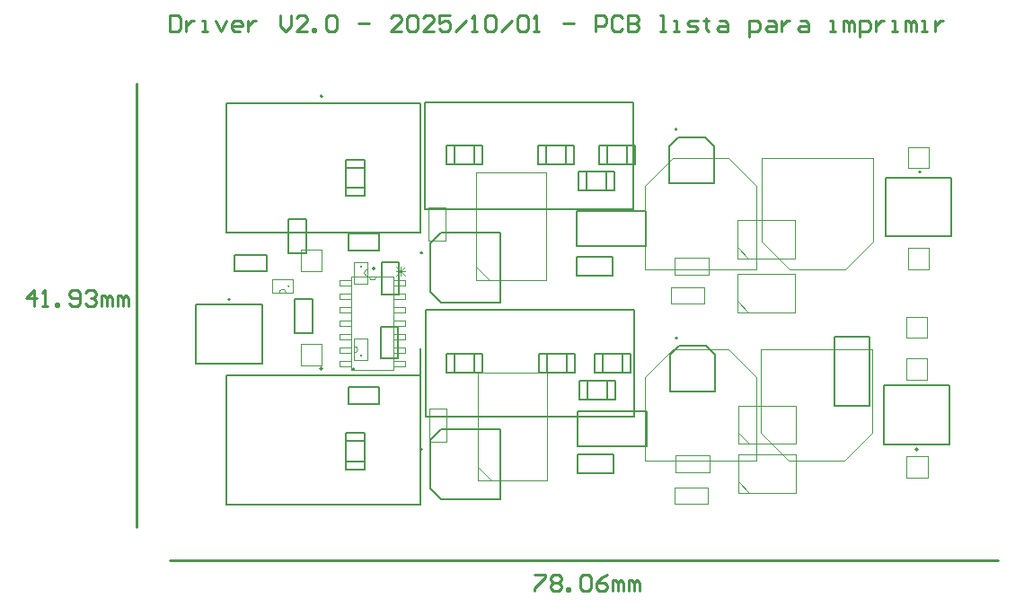
<source format=gbr>
%TF.GenerationSoftware,Altium Limited,Altium Designer,23.2.1 (34)*%
G04 Layer_Color=16711935*
%FSLAX45Y45*%
%MOMM*%
%TF.SameCoordinates,3015DBAE-21F6-41EF-B07E-3AD50EAB7A3F*%
%TF.FilePolarity,Positive*%
%TF.FileFunction,Other,Mechanical_13*%
%TF.Part,Single*%
G01*
G75*
%TA.AperFunction,NonConductor*%
%ADD43C,0.20000*%
%ADD44C,0.25400*%
%ADD46C,0.15240*%
%ADD47C,0.10000*%
%ADD48C,0.12700*%
%ADD50C,0.07620*%
%ADD81C,0.00000*%
%ADD82C,0.02540*%
D43*
X7047981Y736134D02*
G03*
X7047981Y736134I-10000J0D01*
G01*
X2379000Y734100D02*
G03*
X2379000Y734100I-10000J0D01*
G01*
X7077001Y3353690D02*
G03*
X7077001Y3353690I-10000J0D01*
G01*
X1435000Y1497000D02*
G03*
X1435000Y1497000I-10000J0D01*
G01*
X566000Y2151000D02*
G03*
X566000Y2151000I-10000J0D01*
G01*
X1436000Y4065000D02*
G03*
X1436000Y4065000I-10000J0D01*
G01*
X1929000Y2442000D02*
G03*
X1929000Y2442000I-10000J0D01*
G01*
X4785000Y1786660D02*
G03*
X4785000Y1786660I-10000J0D01*
G01*
X4777000Y3754330D02*
G03*
X4777000Y3754330I-10000J0D01*
G01*
X1740000Y1495500D02*
G03*
X1740000Y1495500I-10000J0D01*
G01*
X2379000Y2588000D02*
G03*
X2379000Y2588000I-10000J0D01*
G01*
X2412500Y1046500D02*
Y2051500D01*
Y1046500D02*
X4377500D01*
Y2051500D01*
X2412500D02*
X4377500D01*
X2404500Y3001500D02*
Y4006500D01*
Y3001500D02*
X4369500D01*
Y4006500D01*
X2404500D02*
X4369500D01*
D44*
X0Y-306000D02*
X7806000D01*
X-315000Y1000D02*
Y4190000D01*
X3433400Y-448249D02*
X3534967D01*
Y-473641D01*
X3433400Y-575208D01*
Y-600600D01*
X3585751Y-473641D02*
X3611143Y-448249D01*
X3661926D01*
X3687318Y-473641D01*
Y-499033D01*
X3661926Y-524425D01*
X3687318Y-549817D01*
Y-575208D01*
X3661926Y-600600D01*
X3611143D01*
X3585751Y-575208D01*
Y-549817D01*
X3611143Y-524425D01*
X3585751Y-499033D01*
Y-473641D01*
X3611143Y-524425D02*
X3661926D01*
X3738101Y-600600D02*
Y-575208D01*
X3763493D01*
Y-600600D01*
X3738101D01*
X3865060Y-473641D02*
X3890452Y-448249D01*
X3941236D01*
X3966628Y-473641D01*
Y-575208D01*
X3941236Y-600600D01*
X3890452D01*
X3865060Y-575208D01*
Y-473641D01*
X4118978Y-448249D02*
X4068195Y-473641D01*
X4017411Y-524425D01*
Y-575208D01*
X4042803Y-600600D01*
X4093586D01*
X4118978Y-575208D01*
Y-549817D01*
X4093586Y-524425D01*
X4017411D01*
X4169762Y-600600D02*
Y-499033D01*
X4195154D01*
X4220545Y-524425D01*
Y-600600D01*
Y-524425D01*
X4245937Y-499033D01*
X4271329Y-524425D01*
Y-600600D01*
X4322113D02*
Y-499033D01*
X4347504D01*
X4372896Y-524425D01*
Y-600600D01*
Y-524425D01*
X4398288Y-499033D01*
X4423680Y-524425D01*
Y-600600D01*
X-1283424Y2086400D02*
Y2238751D01*
X-1359600Y2162575D01*
X-1258033D01*
X-1207249Y2086400D02*
X-1156466D01*
X-1181857D01*
Y2238751D01*
X-1207249Y2213359D01*
X-1080290Y2086400D02*
Y2111792D01*
X-1054898D01*
Y2086400D01*
X-1080290D01*
X-953331Y2111792D02*
X-927939Y2086400D01*
X-877156D01*
X-851764Y2111792D01*
Y2213359D01*
X-877156Y2238751D01*
X-927939D01*
X-953331Y2213359D01*
Y2187967D01*
X-927939Y2162575D01*
X-851764D01*
X-800981Y2213359D02*
X-775589Y2238751D01*
X-724805D01*
X-699413Y2213359D01*
Y2187967D01*
X-724805Y2162575D01*
X-750197D01*
X-724805D01*
X-699413Y2137183D01*
Y2111792D01*
X-724805Y2086400D01*
X-775589D01*
X-800981Y2111792D01*
X-648630Y2086400D02*
Y2187967D01*
X-623238D01*
X-597846Y2162575D01*
Y2086400D01*
Y2162575D01*
X-572455Y2187967D01*
X-547063Y2162575D01*
Y2086400D01*
X-496279D02*
Y2187967D01*
X-470887D01*
X-445496Y2162575D01*
Y2086400D01*
Y2162575D01*
X-420104Y2187967D01*
X-394712Y2162575D01*
Y2086400D01*
X400Y4826534D02*
Y4674183D01*
X76575D01*
X101967Y4699575D01*
Y4801142D01*
X76575Y4826534D01*
X400D01*
X152751Y4775751D02*
Y4674183D01*
Y4724967D01*
X178143Y4750359D01*
X203534Y4775751D01*
X228926D01*
X305101Y4674183D02*
X355885D01*
X330493D01*
Y4775751D01*
X305101D01*
X432060D02*
X482844Y4674183D01*
X533628Y4775751D01*
X660586Y4674183D02*
X609803D01*
X584411Y4699575D01*
Y4750359D01*
X609803Y4775751D01*
X660586D01*
X685978Y4750359D01*
Y4724967D01*
X584411D01*
X736762Y4775751D02*
Y4674183D01*
Y4724967D01*
X762154Y4750359D01*
X787545Y4775751D01*
X812937D01*
X1041463Y4826534D02*
Y4724967D01*
X1092247Y4674183D01*
X1143030Y4724967D01*
Y4826534D01*
X1295381Y4674183D02*
X1193814D01*
X1295381Y4775751D01*
Y4801142D01*
X1269989Y4826534D01*
X1219206D01*
X1193814Y4801142D01*
X1346165Y4674183D02*
Y4699575D01*
X1371557D01*
Y4674183D01*
X1346165D01*
X1473124Y4801142D02*
X1498515Y4826534D01*
X1549299D01*
X1574691Y4801142D01*
Y4699575D01*
X1549299Y4674183D01*
X1498515D01*
X1473124Y4699575D01*
Y4801142D01*
X1777825Y4750359D02*
X1879392D01*
X2184094Y4674183D02*
X2082526D01*
X2184094Y4775751D01*
Y4801142D01*
X2158702Y4826534D01*
X2107918D01*
X2082526Y4801142D01*
X2234877D02*
X2260269Y4826534D01*
X2311053D01*
X2336444Y4801142D01*
Y4699575D01*
X2311053Y4674183D01*
X2260269D01*
X2234877Y4699575D01*
Y4801142D01*
X2488795Y4674183D02*
X2387228D01*
X2488795Y4775751D01*
Y4801142D01*
X2463403Y4826534D01*
X2412620D01*
X2387228Y4801142D01*
X2641146Y4826534D02*
X2539579D01*
Y4750359D01*
X2590362Y4775751D01*
X2615754D01*
X2641146Y4750359D01*
Y4699575D01*
X2615754Y4674183D01*
X2564970D01*
X2539579Y4699575D01*
X2691929Y4674183D02*
X2793497Y4775751D01*
X2844280Y4674183D02*
X2895064D01*
X2869672D01*
Y4826534D01*
X2844280Y4801142D01*
X2971239D02*
X2996631Y4826534D01*
X3047414D01*
X3072806Y4801142D01*
Y4699575D01*
X3047414Y4674183D01*
X2996631D01*
X2971239Y4699575D01*
Y4801142D01*
X3123590Y4674183D02*
X3225157Y4775751D01*
X3275940Y4801142D02*
X3301332Y4826534D01*
X3352116D01*
X3377508Y4801142D01*
Y4699575D01*
X3352116Y4674183D01*
X3301332D01*
X3275940Y4699575D01*
Y4801142D01*
X3428291Y4674183D02*
X3479075D01*
X3453683D01*
Y4826534D01*
X3428291Y4801142D01*
X3707601Y4750359D02*
X3809168D01*
X4012302Y4674183D02*
Y4826534D01*
X4088477D01*
X4113869Y4801142D01*
Y4750359D01*
X4088477Y4724967D01*
X4012302D01*
X4266220Y4801142D02*
X4240828Y4826534D01*
X4190045D01*
X4164653Y4801142D01*
Y4699575D01*
X4190045Y4674183D01*
X4240828D01*
X4266220Y4699575D01*
X4317004Y4826534D02*
Y4674183D01*
X4393179D01*
X4418571Y4699575D01*
Y4724967D01*
X4393179Y4750359D01*
X4317004D01*
X4393179D01*
X4418571Y4775751D01*
Y4801142D01*
X4393179Y4826534D01*
X4317004D01*
X4621705Y4674183D02*
X4672488D01*
X4647097D01*
Y4826534D01*
X4621705D01*
X4748664Y4674183D02*
X4799447D01*
X4774056D01*
Y4775751D01*
X4748664D01*
X4875623Y4674183D02*
X4951798D01*
X4977190Y4699575D01*
X4951798Y4724967D01*
X4901015D01*
X4875623Y4750359D01*
X4901015Y4775751D01*
X4977190D01*
X5053365Y4801142D02*
Y4775751D01*
X5027973D01*
X5078757D01*
X5053365D01*
Y4699575D01*
X5078757Y4674183D01*
X5180324Y4775751D02*
X5231108D01*
X5256500Y4750359D01*
Y4674183D01*
X5180324D01*
X5154932Y4699575D01*
X5180324Y4724967D01*
X5256500D01*
X5459634Y4623400D02*
Y4775751D01*
X5535809D01*
X5561201Y4750359D01*
Y4699575D01*
X5535809Y4674183D01*
X5459634D01*
X5637376Y4775751D02*
X5688160D01*
X5713552Y4750359D01*
Y4674183D01*
X5637376D01*
X5611984Y4699575D01*
X5637376Y4724967D01*
X5713552D01*
X5764335Y4775751D02*
Y4674183D01*
Y4724967D01*
X5789727Y4750359D01*
X5815119Y4775751D01*
X5840511D01*
X5942078D02*
X5992861D01*
X6018253Y4750359D01*
Y4674183D01*
X5942078D01*
X5916686Y4699575D01*
X5942078Y4724967D01*
X6018253D01*
X6221387Y4674183D02*
X6272171D01*
X6246779D01*
Y4775751D01*
X6221387D01*
X6348346Y4674183D02*
Y4775751D01*
X6373738D01*
X6399130Y4750359D01*
Y4674183D01*
Y4750359D01*
X6424522Y4775751D01*
X6449913Y4750359D01*
Y4674183D01*
X6500697Y4623400D02*
Y4775751D01*
X6576872D01*
X6602264Y4750359D01*
Y4699575D01*
X6576872Y4674183D01*
X6500697D01*
X6653048Y4775751D02*
Y4674183D01*
Y4724967D01*
X6678440Y4750359D01*
X6703831Y4775751D01*
X6729223D01*
X6805398Y4674183D02*
X6856182D01*
X6830790D01*
Y4775751D01*
X6805398D01*
X6932357Y4674183D02*
Y4775751D01*
X6957749D01*
X6983141Y4750359D01*
Y4674183D01*
Y4750359D01*
X7008533Y4775751D01*
X7033924Y4750359D01*
Y4674183D01*
X7084708D02*
X7135491D01*
X7110100D01*
Y4775751D01*
X7084708D01*
X7211667D02*
Y4674183D01*
Y4724967D01*
X7237059Y4750359D01*
X7262450Y4775751D01*
X7287842D01*
D46*
X1657100Y3124820D02*
X1834900D01*
Y3201020D02*
Y3388980D01*
X1657100Y3465180D02*
X1834900D01*
X1657100Y3201020D02*
Y3388980D01*
X1834900D02*
Y3465180D01*
X1657100Y3388980D02*
Y3465180D01*
Y3388980D02*
X1834900D01*
X1657100Y3124820D02*
Y3201020D01*
X1834900Y3124820D02*
Y3201020D01*
X1657100D02*
X1834900D01*
X2947180Y3425100D02*
Y3602900D01*
X2683020D02*
X2870980D01*
X2606820Y3425100D02*
Y3602900D01*
X2683020Y3425100D02*
X2870980D01*
X2606820Y3602900D02*
X2683020D01*
X2606820Y3425100D02*
X2683020D01*
Y3602900D01*
X2870980Y3425100D02*
X2947180D01*
X2870980Y3602900D02*
X2947180D01*
X2870980Y3425100D02*
Y3602900D01*
X3854820Y1207430D02*
Y1385230D01*
X3931020Y1207430D02*
X4118980D01*
X4195180D02*
Y1385230D01*
X3931020D02*
X4118980D01*
Y1207430D02*
X4195180D01*
X4118980Y1385230D02*
X4195180D01*
X4118980Y1207430D02*
Y1385230D01*
X3854820D02*
X3931020D01*
X3854820Y1207430D02*
X3931020D01*
Y1385230D01*
X2869390Y1460100D02*
Y1637900D01*
X2945590D01*
X2869390Y1460100D02*
X2945590D01*
X2681430D02*
Y1637900D01*
X2605230Y1460100D02*
X2681430D01*
X2605230Y1637900D02*
X2681430D01*
Y1460100D02*
X2869390D01*
X2605230D02*
Y1637900D01*
X2681430D02*
X2869390D01*
X2945590Y1460100D02*
Y1637900D01*
X3474820Y1460100D02*
Y1637900D01*
X3551020Y1460100D02*
X3738980D01*
X3815180D02*
Y1637900D01*
X3551020D02*
X3738980D01*
Y1460100D02*
X3815180D01*
X3738980Y1637900D02*
X3815180D01*
X3738980Y1460100D02*
Y1637900D01*
X3474820D02*
X3551020D01*
X3474820Y1460100D02*
X3551020D01*
Y1637900D01*
X4004680Y1460100D02*
Y1637900D01*
X4080880Y1460100D02*
X4268840D01*
X4345040D02*
Y1637900D01*
X4080880D02*
X4268840D01*
Y1460100D02*
X4345040D01*
X4268840Y1637900D02*
X4345040D01*
X4268840Y1460100D02*
Y1637900D01*
X4004680D02*
X4080880D01*
X4004680Y1460100D02*
X4080880D01*
Y1637900D01*
X3846820Y3175100D02*
Y3352900D01*
X3923020Y3175100D02*
X4110980D01*
X4187180D02*
Y3352900D01*
X3923020D02*
X4110980D01*
Y3175100D02*
X4187180D01*
X4110980Y3352900D02*
X4187180D01*
X4110980Y3175100D02*
Y3352900D01*
X3846820D02*
X3923020D01*
X3846820Y3175100D02*
X3923020D01*
Y3352900D01*
X3466820Y3425100D02*
Y3602900D01*
X3543020Y3425100D02*
X3730980D01*
X3807180D02*
Y3602900D01*
X3543020D02*
X3730980D01*
Y3425100D02*
X3807180D01*
X3730980Y3602900D02*
X3807180D01*
X3730980Y3425100D02*
Y3602900D01*
X3466820D02*
X3543020D01*
X3466820Y3425100D02*
X3543020D01*
Y3602900D01*
X4046820Y3425100D02*
Y3602900D01*
X4123020Y3425100D02*
X4310980D01*
X4387180D02*
Y3602900D01*
X4123020D02*
X4310980D01*
Y3425100D02*
X4387180D01*
X4310980Y3602900D02*
X4387180D01*
X4310980Y3425100D02*
Y3602900D01*
X4046820D02*
X4123020D01*
X4046820Y3425100D02*
X4123020D01*
Y3602900D01*
X1657100Y625180D02*
X1834900D01*
Y548980D02*
Y625180D01*
X1657100Y548980D02*
Y625180D01*
Y813140D02*
X1834900D01*
X1657100D02*
Y889340D01*
X1834900Y813140D02*
Y889340D01*
X1657100Y625180D02*
Y813140D01*
Y889340D02*
X1834900D01*
Y625180D02*
Y813140D01*
X1657100Y548980D02*
X1834900D01*
D47*
X6937981Y1787134D02*
Y1987134D01*
X7137981D01*
Y1787134D02*
Y1987134D01*
X6937981Y1787134D02*
X7137981D01*
X6937981Y1396134D02*
Y1596134D01*
X7137981D01*
Y1396134D02*
Y1596134D01*
X6937981Y1396134D02*
X7137981D01*
X6955000Y3387000D02*
Y3587000D01*
X7155000D01*
Y3387000D02*
Y3587000D01*
X6955000Y3387000D02*
X7155000D01*
X6955000Y2435000D02*
Y2635000D01*
X7155000D01*
Y2435000D02*
Y2635000D01*
X6955000Y2435000D02*
X7155000D01*
X5523000Y630000D02*
Y1417500D01*
X5260500Y1680000D02*
X5523000Y1417500D01*
X4735500Y1680000D02*
X5260500D01*
X4473000Y1417500D02*
X4735500Y1680000D01*
X4473000Y630000D02*
Y1417500D01*
Y630000D02*
X5523000D01*
X5573000Y892500D02*
Y1680000D01*
Y892500D02*
X5835500Y630000D01*
X6360500D01*
X6623000Y892500D01*
Y1680000D01*
X5573000D02*
X6623000D01*
X5575000Y2692500D02*
Y3480000D01*
Y2692500D02*
X5837500Y2430000D01*
X6362500D01*
X6625000Y2692500D01*
Y3480000D01*
X5575000D02*
X6625000D01*
X4475000Y2430000D02*
X5525000D01*
X4475000D02*
Y3217500D01*
X4737500Y3480000D01*
X5262500D01*
X5525000Y3217500D01*
Y2430000D02*
Y3217500D01*
X1232000Y1530000D02*
Y1730000D01*
X1432000D01*
Y1530000D02*
Y1730000D01*
X1232000Y1530000D02*
X1432000D01*
X1232000Y2420561D02*
X1432000D01*
Y2620561D01*
X1232000D02*
X1432000D01*
X1232000Y2420561D02*
Y2620561D01*
X6939981Y472134D02*
Y672134D01*
X7139981D01*
Y472134D02*
Y672134D01*
X6939981Y472134D02*
X7139981D01*
X2437000Y3021500D02*
X2597000D01*
Y2706500D02*
Y3021500D01*
X2437000Y2706500D02*
X2597000D01*
X2437000D02*
Y3021500D01*
X2886999Y2456000D02*
X3013999Y2329000D01*
X2886999D02*
Y3345000D01*
X3546999D01*
Y2329000D02*
Y3345000D01*
X2886999Y2329000D02*
X3546999D01*
X2898000Y568000D02*
X3025000Y441000D01*
X2898000D02*
Y1457000D01*
X3558000D01*
Y441000D02*
Y1457000D01*
X2898000Y441000D02*
X3558000D01*
X4758800Y223500D02*
Y378500D01*
X5071200D01*
Y223500D02*
Y378500D01*
X4758800Y223500D02*
X5071200D01*
X4767500Y681500D02*
X5082500D01*
X4767500Y521500D02*
Y681500D01*
Y521500D02*
X5082500D01*
Y681500D01*
X5354800Y435200D02*
X5462200Y327800D01*
X5354800D02*
Y690200D01*
X5895200D01*
Y327800D02*
Y690200D01*
X5354800Y327800D02*
X5895200D01*
X5354800Y895200D02*
X5462200Y787800D01*
X5354800D02*
Y1150200D01*
X5895200D01*
Y787800D02*
Y1150200D01*
X5354800Y787800D02*
X5895200D01*
X4724800Y2109500D02*
Y2264500D01*
X5037200D01*
Y2109500D02*
Y2264500D01*
X4724800Y2109500D02*
X5037200D01*
X5074500Y2384000D02*
Y2544000D01*
X4759500Y2384000D02*
X5074500D01*
X4759500D02*
Y2544000D01*
X5074500D01*
X5346800Y2136700D02*
X5454200Y2029300D01*
X5346800D02*
Y2391700D01*
X5887200D01*
Y2029300D02*
Y2391700D01*
X5346800Y2029300D02*
X5887200D01*
X5346800Y2535300D02*
X5887200D01*
Y2897700D01*
X5346800D02*
X5887200D01*
X5346800Y2535300D02*
Y2897700D01*
Y2642700D02*
X5454200Y2535300D01*
X2445000Y810500D02*
Y1125500D01*
Y810500D02*
X2605000D01*
Y1125500D01*
X2445000D02*
X2605000D01*
D48*
X6727980Y1340133D02*
X7347980D01*
X6727980Y786134D02*
X7347980D01*
X6727980D02*
Y1340133D01*
X7347980Y786134D02*
Y1340133D01*
X2454000Y369100D02*
Y829100D01*
Y369100D02*
X2554000Y269100D01*
X3114000D01*
Y929100D01*
X2554000D02*
X3114000D01*
X2454000Y829100D02*
X2554000Y929100D01*
X7365000Y2745000D02*
Y3299000D01*
X6745000Y2745000D02*
Y3299000D01*
Y2745000D02*
X7365000D01*
X6745000Y3299000D02*
X7365000D01*
X1996000Y2500000D02*
X2156000D01*
X1996000Y2200000D02*
X2156000D01*
Y2500000D01*
X1996000Y2200000D02*
Y2500000D01*
X1985000Y1593000D02*
X2145000D01*
X1985000Y1893000D02*
X2145000D01*
X1985000Y1593000D02*
Y1893000D01*
X2145000Y1593000D02*
Y1893000D01*
X611000Y2413000D02*
Y2573000D01*
X911000Y2413000D02*
Y2573000D01*
X611000D02*
X911000D01*
X611000Y2413000D02*
X911000D01*
X531000Y214000D02*
Y1433000D01*
Y214000D02*
X2360000D01*
Y1689000D01*
X531000Y1433000D02*
X2360000D01*
X246000Y1547000D02*
X866000D01*
X246000Y2101000D02*
X866000D01*
Y1547000D02*
Y2101000D01*
X246000Y1547000D02*
Y2101000D01*
X532000Y4001000D02*
X2361000D01*
Y2782000D02*
Y4001000D01*
X532000Y2782000D02*
X2361000D01*
X532000D02*
Y4001000D01*
X1679000Y2772000D02*
X1969000D01*
X1679000Y2612000D02*
Y2772000D01*
Y2612000D02*
X1969000D01*
Y2772000D01*
X3841001Y690500D02*
X4181001D01*
X3841001Y510500D02*
X4181001D01*
Y690500D01*
X3841001Y510500D02*
Y690500D01*
X3841500Y1096500D02*
X4491500D01*
X3841500Y766500D02*
X4491500D01*
Y1096500D01*
X3841500Y766500D02*
Y1096500D01*
X3829500Y2554000D02*
X4169500D01*
X3829500Y2374000D02*
X4169500D01*
Y2554000D01*
X3829500Y2374000D02*
Y2554000D01*
X3833500Y2984500D02*
X4483501D01*
X3833500Y2654500D02*
X4483501D01*
Y2984500D01*
X3833500Y2654500D02*
Y2984500D01*
X4710000Y1625660D02*
X4796000Y1711661D01*
X4710000Y1281660D02*
Y1625660D01*
Y1281660D02*
X5140000D01*
Y1625660D01*
X5054000Y1711661D02*
X5140000Y1625660D01*
X4796000Y1711661D02*
X5054000D01*
X6590000Y1147999D02*
Y1798000D01*
X6260000Y1147999D02*
Y1798000D01*
Y1147999D02*
X6590000D01*
X6260000Y1798000D02*
X6590000D01*
X4702000Y3593330D02*
X4788000Y3679330D01*
X4702000Y3249330D02*
Y3593330D01*
Y3249330D02*
X5132000D01*
Y3593330D01*
X5046000Y3679330D02*
X5132000Y3593330D01*
X4788000Y3679330D02*
X5046000D01*
X1680000Y1165500D02*
X1970000D01*
Y1325500D01*
X1680000D02*
X1970000D01*
X1680000Y1165500D02*
Y1325500D01*
X1344000Y1834000D02*
Y2154000D01*
X1174000Y1834000D02*
Y2154000D01*
Y1834000D02*
X1344000D01*
X1174000Y2154000D02*
X1344000D01*
X1113000Y2588000D02*
Y2908000D01*
X1283000Y2588000D02*
Y2908000D01*
X1113000D02*
X1283000D01*
X1113000Y2588000D02*
X1283000D01*
X2454000Y2223000D02*
Y2683000D01*
Y2223000D02*
X2554000Y2123000D01*
X3114000D01*
Y2783000D01*
X2554000D02*
X3114000D01*
X2454000Y2683000D02*
X2554000Y2783000D01*
D50*
X2213649Y2454979D02*
X2129010Y2370340D01*
X2213649D02*
X2129010Y2454979D01*
X2213649Y2412659D02*
X2129010D01*
X2171329Y2370340D02*
Y2454979D01*
D81*
X1862230Y2432550D02*
G03*
X1862230Y2371590I0J-30480D01*
G01*
X1807620Y2457340D02*
G03*
X1807620Y2457340I-7620J0D01*
G01*
X1737770Y1647090D02*
G03*
X1737770Y1708050I0J30480D01*
G01*
X1807620Y1622300D02*
G03*
X1807620Y1622300I-7620J0D01*
G01*
X1091910Y2214770D02*
G03*
X1030950Y2214770I-30480J0D01*
G01*
X1124320Y2277000D02*
G03*
X1124320Y2277000I-7620J0D01*
G01*
X1879639Y2361880D02*
G03*
X1940599Y2361880I30480J0D01*
G01*
D82*
X1737770Y2502400D02*
X1862230D01*
Y2301740D02*
Y2502400D01*
X1737770Y2301740D02*
X1862230D01*
X1737770D02*
Y2502400D01*
Y1577240D02*
X1862230D01*
X1737770D02*
Y1777900D01*
X1862230D01*
Y1577240D02*
Y1777900D01*
X1161760Y2214770D02*
Y2339230D01*
X961100Y2214770D02*
X1161760D01*
X961100D02*
Y2339230D01*
X1161760D01*
X2109509Y1488120D02*
Y2361880D01*
X1710729D02*
X2109509D01*
X1710729Y1488120D02*
Y2361880D01*
Y1488120D02*
X2109509D01*
X1600239Y2331400D02*
X1710729D01*
X1600239Y2280600D02*
Y2331400D01*
Y2280600D02*
X1710729D01*
Y2331400D01*
X1600239Y2204400D02*
X1710729D01*
X1600239Y2153600D02*
Y2204400D01*
Y2153600D02*
X1710729D01*
Y2204400D01*
X1600239Y2077400D02*
X1710729D01*
X1600239Y2026600D02*
Y2077400D01*
Y2026600D02*
X1710729D01*
Y2077400D01*
X1600239Y1950400D02*
X1710729D01*
X1600239Y1899600D02*
Y1950400D01*
Y1899600D02*
X1710729D01*
Y1950400D01*
X1600239Y1823400D02*
X1710729D01*
X1600239Y1772600D02*
Y1823400D01*
Y1772600D02*
X1710729D01*
Y1823400D01*
X1600239Y1696400D02*
X1710729D01*
X1600239Y1645600D02*
Y1696400D01*
Y1645600D02*
X1710729D01*
Y1696400D01*
X1600239Y1569400D02*
X1710729D01*
X1600239Y1518600D02*
Y1569400D01*
Y1518600D02*
X1710729D01*
Y1569400D01*
X2109509Y1518600D02*
X2219999D01*
Y1569400D01*
X2109509D02*
X2219999D01*
X2109509Y1518600D02*
Y1569400D01*
Y1645600D02*
X2219999D01*
Y1696400D01*
X2109509D02*
X2219999D01*
X2109509Y1645600D02*
Y1696400D01*
Y1772600D02*
X2219999D01*
Y1823400D01*
X2109509D02*
X2219999D01*
X2109509Y1772600D02*
Y1823400D01*
Y1899600D02*
X2219999D01*
Y1950400D01*
X2109509D02*
X2219999D01*
X2109509Y1899600D02*
Y1950400D01*
Y2026600D02*
X2219999D01*
Y2077400D01*
X2109509D02*
X2219999D01*
X2109509Y2026600D02*
Y2077400D01*
Y2153600D02*
X2219999D01*
Y2204400D01*
X2109509D02*
X2219999D01*
X2109509Y2153600D02*
Y2204400D01*
Y2280600D02*
X2219999D01*
Y2331400D01*
X2109509D02*
X2219999D01*
X2109509Y2280600D02*
Y2331400D01*
%TF.MD5,ea6fdd083b0a7d409e9e3d8ba673be54*%
M02*

</source>
